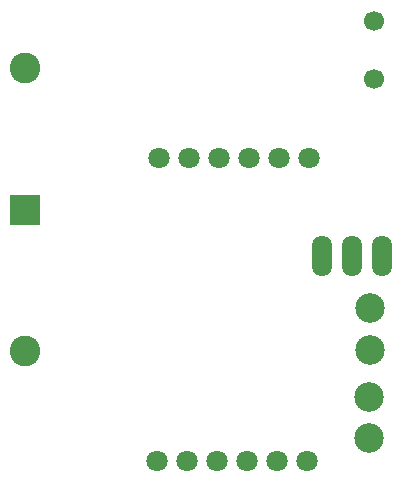
<source format=gbs>
G04 #@! TF.FileFunction,Soldermask,Bot*
%FSLAX46Y46*%
G04 Gerber Fmt 4.6, Leading zero omitted, Abs format (unit mm)*
G04 Created by KiCad (PCBNEW 4.0.3+e1-6302~38~ubuntu14.04.1-stable) date Sun Sep  4 16:46:07 2016*
%MOMM*%
%LPD*%
G01*
G04 APERTURE LIST*
%ADD10C,0.150000*%
%ADD11C,1.700000*%
%ADD12C,1.800000*%
%ADD13C,2.500000*%
%ADD14O,1.699260X3.500120*%
%ADD15C,2.600000*%
%ADD16R,2.499360X2.499360*%
G04 APERTURE END LIST*
D10*
D11*
X183000000Y-64100000D03*
X183000000Y-69000000D03*
D12*
X174939680Y-75700000D03*
X177479680Y-75700000D03*
X164800000Y-75700000D03*
X167340000Y-75700000D03*
X172409840Y-75700000D03*
X169869840Y-75700000D03*
D13*
X182550000Y-95899940D03*
X182550000Y-99400060D03*
X182600000Y-88399940D03*
X182600000Y-91900060D03*
D14*
X181100000Y-83950000D03*
X178560000Y-83950000D03*
X183640000Y-83950000D03*
D12*
X174739680Y-101300000D03*
X177279680Y-101300000D03*
X164600000Y-101300000D03*
X167140000Y-101300000D03*
X172209840Y-101300000D03*
X169669840Y-101300000D03*
D15*
X153425000Y-92025000D03*
X153425000Y-68025000D03*
D16*
X153425000Y-80025000D03*
M02*

</source>
